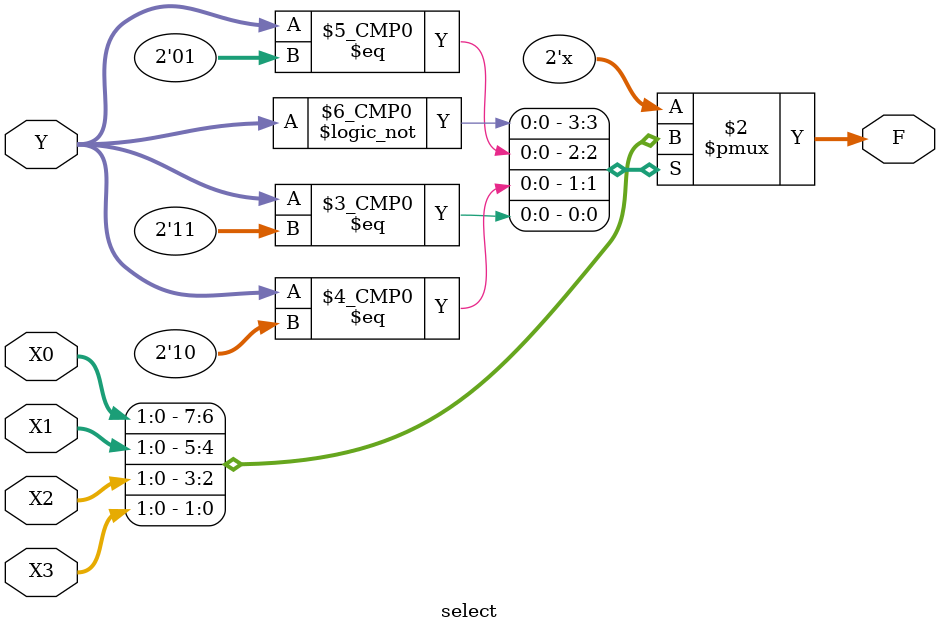
<source format=v>
 module select(
	input [1:0] X0,
	input [1:0] X1,
	input [1:0] X2,
	input [1:0] X3,
	input [1:0] Y,
	output reg [1:0] F
	);
	
	always @ (*)
		case(Y)
			2'd0: F = X0;
			2'd1: F = X1;
			2'd2: F = X2;
			2'd3: F = X3;
			default: F = 2'b00;
		endcase

endmodule
</source>
